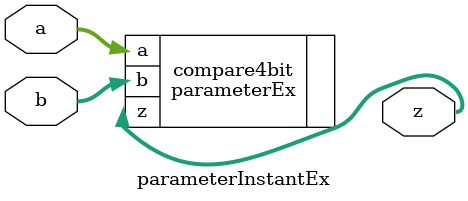
<source format=v>

module parameterInstantEx
(
	input wire [4:0] a, b, 
	output wire [4:0] z
);

parameterEx #(.N(5)) compare4bit ( .a(a), .b(b), .z(z));

endmodule
</source>
